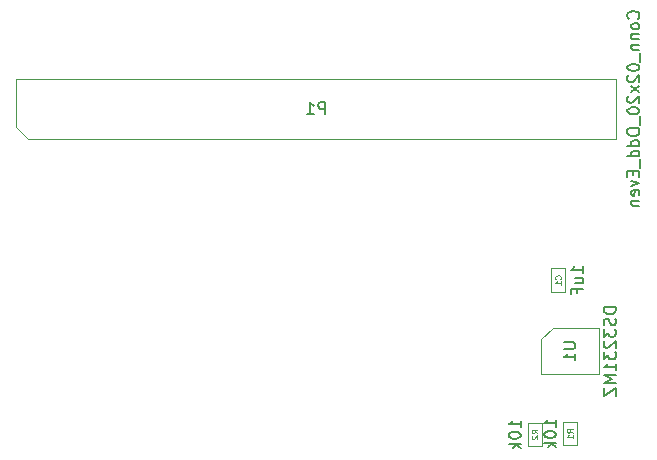
<source format=gbr>
G04 #@! TF.GenerationSoftware,KiCad,Pcbnew,5.1.6-c6e7f7d~87~ubuntu18.04.1*
G04 #@! TF.CreationDate,2020-08-28T18:16:15+02:00*
G04 #@! TF.ProjectId,base_hat,62617365-5f68-4617-942e-6b696361645f,rev?*
G04 #@! TF.SameCoordinates,Original*
G04 #@! TF.FileFunction,Other,Fab,Bot*
%FSLAX46Y46*%
G04 Gerber Fmt 4.6, Leading zero omitted, Abs format (unit mm)*
G04 Created by KiCad (PCBNEW 5.1.6-c6e7f7d~87~ubuntu18.04.1) date 2020-08-28 18:16:15*
%MOMM*%
%LPD*%
G01*
G04 APERTURE LIST*
%ADD10C,0.100000*%
%ADD11C,0.150000*%
%ADD12C,0.080000*%
G04 APERTURE END LIST*
D10*
X251550000Y-117025000D02*
X251550000Y-119950000D01*
X251550000Y-119950000D02*
X256450000Y-119950000D01*
X256450000Y-119950000D02*
X256450000Y-116050000D01*
X256450000Y-116050000D02*
X252525000Y-116050000D01*
X252525000Y-116050000D02*
X251550000Y-117025000D01*
X250400000Y-126062500D02*
X251600000Y-126062500D01*
X251600000Y-126062500D02*
X251600000Y-124062500D01*
X251600000Y-124062500D02*
X250400000Y-124062500D01*
X250400000Y-124062500D02*
X250400000Y-126062500D01*
X253400000Y-126000000D02*
X254600000Y-126000000D01*
X254600000Y-126000000D02*
X254600000Y-124000000D01*
X254600000Y-124000000D02*
X253400000Y-124000000D01*
X253400000Y-124000000D02*
X253400000Y-126000000D01*
X253600000Y-111000000D02*
X252400000Y-111000000D01*
X252400000Y-111000000D02*
X252400000Y-113000000D01*
X252400000Y-113000000D02*
X253600000Y-113000000D01*
X253600000Y-113000000D02*
X253600000Y-111000000D01*
X257900000Y-94960000D02*
X207100000Y-94960000D01*
X257900000Y-100040000D02*
X257900000Y-94960000D01*
X208100000Y-100040000D02*
X257900000Y-100040000D01*
X207100000Y-99040000D02*
X208100000Y-100040000D01*
X207100000Y-94960000D02*
X207100000Y-99040000D01*
D11*
X257852380Y-114309523D02*
X256852380Y-114309523D01*
X256852380Y-114547619D01*
X256900000Y-114690476D01*
X256995238Y-114785714D01*
X257090476Y-114833333D01*
X257280952Y-114880952D01*
X257423809Y-114880952D01*
X257614285Y-114833333D01*
X257709523Y-114785714D01*
X257804761Y-114690476D01*
X257852380Y-114547619D01*
X257852380Y-114309523D01*
X257804761Y-115261904D02*
X257852380Y-115404761D01*
X257852380Y-115642857D01*
X257804761Y-115738095D01*
X257757142Y-115785714D01*
X257661904Y-115833333D01*
X257566666Y-115833333D01*
X257471428Y-115785714D01*
X257423809Y-115738095D01*
X257376190Y-115642857D01*
X257328571Y-115452380D01*
X257280952Y-115357142D01*
X257233333Y-115309523D01*
X257138095Y-115261904D01*
X257042857Y-115261904D01*
X256947619Y-115309523D01*
X256900000Y-115357142D01*
X256852380Y-115452380D01*
X256852380Y-115690476D01*
X256900000Y-115833333D01*
X256852380Y-116166666D02*
X256852380Y-116785714D01*
X257233333Y-116452380D01*
X257233333Y-116595238D01*
X257280952Y-116690476D01*
X257328571Y-116738095D01*
X257423809Y-116785714D01*
X257661904Y-116785714D01*
X257757142Y-116738095D01*
X257804761Y-116690476D01*
X257852380Y-116595238D01*
X257852380Y-116309523D01*
X257804761Y-116214285D01*
X257757142Y-116166666D01*
X256947619Y-117166666D02*
X256900000Y-117214285D01*
X256852380Y-117309523D01*
X256852380Y-117547619D01*
X256900000Y-117642857D01*
X256947619Y-117690476D01*
X257042857Y-117738095D01*
X257138095Y-117738095D01*
X257280952Y-117690476D01*
X257852380Y-117119047D01*
X257852380Y-117738095D01*
X256852380Y-118071428D02*
X256852380Y-118690476D01*
X257233333Y-118357142D01*
X257233333Y-118500000D01*
X257280952Y-118595238D01*
X257328571Y-118642857D01*
X257423809Y-118690476D01*
X257661904Y-118690476D01*
X257757142Y-118642857D01*
X257804761Y-118595238D01*
X257852380Y-118500000D01*
X257852380Y-118214285D01*
X257804761Y-118119047D01*
X257757142Y-118071428D01*
X257852380Y-119642857D02*
X257852380Y-119071428D01*
X257852380Y-119357142D02*
X256852380Y-119357142D01*
X256995238Y-119261904D01*
X257090476Y-119166666D01*
X257138095Y-119071428D01*
X257852380Y-120071428D02*
X256852380Y-120071428D01*
X257566666Y-120404761D01*
X256852380Y-120738095D01*
X257852380Y-120738095D01*
X256852380Y-121119047D02*
X256852380Y-121785714D01*
X257852380Y-121119047D01*
X257852380Y-121785714D01*
X253463333Y-117253333D02*
X254256666Y-117253333D01*
X254350000Y-117300000D01*
X254396666Y-117346666D01*
X254443333Y-117440000D01*
X254443333Y-117626666D01*
X254396666Y-117720000D01*
X254350000Y-117766666D01*
X254256666Y-117813333D01*
X253463333Y-117813333D01*
X254443333Y-118793333D02*
X254443333Y-118233333D01*
X254443333Y-118513333D02*
X253463333Y-118513333D01*
X253603333Y-118420000D01*
X253696666Y-118326666D01*
X253743333Y-118233333D01*
X249802380Y-124467261D02*
X249802380Y-123895833D01*
X249802380Y-124181547D02*
X248802380Y-124181547D01*
X248945238Y-124086309D01*
X249040476Y-123991071D01*
X249088095Y-123895833D01*
X248802380Y-125086309D02*
X248802380Y-125181547D01*
X248850000Y-125276785D01*
X248897619Y-125324404D01*
X248992857Y-125372023D01*
X249183333Y-125419642D01*
X249421428Y-125419642D01*
X249611904Y-125372023D01*
X249707142Y-125324404D01*
X249754761Y-125276785D01*
X249802380Y-125181547D01*
X249802380Y-125086309D01*
X249754761Y-124991071D01*
X249707142Y-124943452D01*
X249611904Y-124895833D01*
X249421428Y-124848214D01*
X249183333Y-124848214D01*
X248992857Y-124895833D01*
X248897619Y-124943452D01*
X248850000Y-124991071D01*
X248802380Y-125086309D01*
X249802380Y-125848214D02*
X248802380Y-125848214D01*
X249421428Y-125943452D02*
X249802380Y-126229166D01*
X249135714Y-126229166D02*
X249516666Y-125848214D01*
D12*
X251226190Y-124979166D02*
X250988095Y-124812500D01*
X251226190Y-124693452D02*
X250726190Y-124693452D01*
X250726190Y-124883928D01*
X250750000Y-124931547D01*
X250773809Y-124955357D01*
X250821428Y-124979166D01*
X250892857Y-124979166D01*
X250940476Y-124955357D01*
X250964285Y-124931547D01*
X250988095Y-124883928D01*
X250988095Y-124693452D01*
X250773809Y-125169642D02*
X250750000Y-125193452D01*
X250726190Y-125241071D01*
X250726190Y-125360119D01*
X250750000Y-125407738D01*
X250773809Y-125431547D01*
X250821428Y-125455357D01*
X250869047Y-125455357D01*
X250940476Y-125431547D01*
X251226190Y-125145833D01*
X251226190Y-125455357D01*
D11*
X252802380Y-124404761D02*
X252802380Y-123833333D01*
X252802380Y-124119047D02*
X251802380Y-124119047D01*
X251945238Y-124023809D01*
X252040476Y-123928571D01*
X252088095Y-123833333D01*
X251802380Y-125023809D02*
X251802380Y-125119047D01*
X251850000Y-125214285D01*
X251897619Y-125261904D01*
X251992857Y-125309523D01*
X252183333Y-125357142D01*
X252421428Y-125357142D01*
X252611904Y-125309523D01*
X252707142Y-125261904D01*
X252754761Y-125214285D01*
X252802380Y-125119047D01*
X252802380Y-125023809D01*
X252754761Y-124928571D01*
X252707142Y-124880952D01*
X252611904Y-124833333D01*
X252421428Y-124785714D01*
X252183333Y-124785714D01*
X251992857Y-124833333D01*
X251897619Y-124880952D01*
X251850000Y-124928571D01*
X251802380Y-125023809D01*
X252802380Y-125785714D02*
X251802380Y-125785714D01*
X252421428Y-125880952D02*
X252802380Y-126166666D01*
X252135714Y-126166666D02*
X252516666Y-125785714D01*
D12*
X254226190Y-124916666D02*
X253988095Y-124750000D01*
X254226190Y-124630952D02*
X253726190Y-124630952D01*
X253726190Y-124821428D01*
X253750000Y-124869047D01*
X253773809Y-124892857D01*
X253821428Y-124916666D01*
X253892857Y-124916666D01*
X253940476Y-124892857D01*
X253964285Y-124869047D01*
X253988095Y-124821428D01*
X253988095Y-124630952D01*
X254226190Y-125392857D02*
X254226190Y-125107142D01*
X254226190Y-125250000D02*
X253726190Y-125250000D01*
X253797619Y-125202380D01*
X253845238Y-125154761D01*
X253869047Y-125107142D01*
D11*
X255102380Y-111404761D02*
X255102380Y-110833333D01*
X255102380Y-111119047D02*
X254102380Y-111119047D01*
X254245238Y-111023809D01*
X254340476Y-110928571D01*
X254388095Y-110833333D01*
X254435714Y-112261904D02*
X255102380Y-112261904D01*
X254435714Y-111833333D02*
X254959523Y-111833333D01*
X255054761Y-111880952D01*
X255102380Y-111976190D01*
X255102380Y-112119047D01*
X255054761Y-112214285D01*
X255007142Y-112261904D01*
X254578571Y-113071428D02*
X254578571Y-112738095D01*
X255102380Y-112738095D02*
X254102380Y-112738095D01*
X254102380Y-113214285D01*
D12*
X253178571Y-111916666D02*
X253202380Y-111892857D01*
X253226190Y-111821428D01*
X253226190Y-111773809D01*
X253202380Y-111702380D01*
X253154761Y-111654761D01*
X253107142Y-111630952D01*
X253011904Y-111607142D01*
X252940476Y-111607142D01*
X252845238Y-111630952D01*
X252797619Y-111654761D01*
X252750000Y-111702380D01*
X252726190Y-111773809D01*
X252726190Y-111821428D01*
X252750000Y-111892857D01*
X252773809Y-111916666D01*
X253226190Y-112392857D02*
X253226190Y-112107142D01*
X253226190Y-112250000D02*
X252726190Y-112250000D01*
X252797619Y-112202380D01*
X252845238Y-112154761D01*
X252869047Y-112107142D01*
D11*
X259757142Y-89857142D02*
X259804761Y-89809523D01*
X259852380Y-89666666D01*
X259852380Y-89571428D01*
X259804761Y-89428571D01*
X259709523Y-89333333D01*
X259614285Y-89285714D01*
X259423809Y-89238095D01*
X259280952Y-89238095D01*
X259090476Y-89285714D01*
X258995238Y-89333333D01*
X258900000Y-89428571D01*
X258852380Y-89571428D01*
X258852380Y-89666666D01*
X258900000Y-89809523D01*
X258947619Y-89857142D01*
X259852380Y-90428571D02*
X259804761Y-90333333D01*
X259757142Y-90285714D01*
X259661904Y-90238095D01*
X259376190Y-90238095D01*
X259280952Y-90285714D01*
X259233333Y-90333333D01*
X259185714Y-90428571D01*
X259185714Y-90571428D01*
X259233333Y-90666666D01*
X259280952Y-90714285D01*
X259376190Y-90761904D01*
X259661904Y-90761904D01*
X259757142Y-90714285D01*
X259804761Y-90666666D01*
X259852380Y-90571428D01*
X259852380Y-90428571D01*
X259185714Y-91190476D02*
X259852380Y-91190476D01*
X259280952Y-91190476D02*
X259233333Y-91238095D01*
X259185714Y-91333333D01*
X259185714Y-91476190D01*
X259233333Y-91571428D01*
X259328571Y-91619047D01*
X259852380Y-91619047D01*
X259185714Y-92095238D02*
X259852380Y-92095238D01*
X259280952Y-92095238D02*
X259233333Y-92142857D01*
X259185714Y-92238095D01*
X259185714Y-92380952D01*
X259233333Y-92476190D01*
X259328571Y-92523809D01*
X259852380Y-92523809D01*
X259947619Y-92761904D02*
X259947619Y-93523809D01*
X258852380Y-93952380D02*
X258852380Y-94047619D01*
X258900000Y-94142857D01*
X258947619Y-94190476D01*
X259042857Y-94238095D01*
X259233333Y-94285714D01*
X259471428Y-94285714D01*
X259661904Y-94238095D01*
X259757142Y-94190476D01*
X259804761Y-94142857D01*
X259852380Y-94047619D01*
X259852380Y-93952380D01*
X259804761Y-93857142D01*
X259757142Y-93809523D01*
X259661904Y-93761904D01*
X259471428Y-93714285D01*
X259233333Y-93714285D01*
X259042857Y-93761904D01*
X258947619Y-93809523D01*
X258900000Y-93857142D01*
X258852380Y-93952380D01*
X258947619Y-94666666D02*
X258900000Y-94714285D01*
X258852380Y-94809523D01*
X258852380Y-95047619D01*
X258900000Y-95142857D01*
X258947619Y-95190476D01*
X259042857Y-95238095D01*
X259138095Y-95238095D01*
X259280952Y-95190476D01*
X259852380Y-94619047D01*
X259852380Y-95238095D01*
X259852380Y-95571428D02*
X259185714Y-96095238D01*
X259185714Y-95571428D02*
X259852380Y-96095238D01*
X258947619Y-96428571D02*
X258900000Y-96476190D01*
X258852380Y-96571428D01*
X258852380Y-96809523D01*
X258900000Y-96904761D01*
X258947619Y-96952380D01*
X259042857Y-97000000D01*
X259138095Y-97000000D01*
X259280952Y-96952380D01*
X259852380Y-96380952D01*
X259852380Y-97000000D01*
X258852380Y-97619047D02*
X258852380Y-97714285D01*
X258900000Y-97809523D01*
X258947619Y-97857142D01*
X259042857Y-97904761D01*
X259233333Y-97952380D01*
X259471428Y-97952380D01*
X259661904Y-97904761D01*
X259757142Y-97857142D01*
X259804761Y-97809523D01*
X259852380Y-97714285D01*
X259852380Y-97619047D01*
X259804761Y-97523809D01*
X259757142Y-97476190D01*
X259661904Y-97428571D01*
X259471428Y-97380952D01*
X259233333Y-97380952D01*
X259042857Y-97428571D01*
X258947619Y-97476190D01*
X258900000Y-97523809D01*
X258852380Y-97619047D01*
X259947619Y-98142857D02*
X259947619Y-98904761D01*
X258852380Y-99333333D02*
X258852380Y-99523809D01*
X258900000Y-99619047D01*
X258995238Y-99714285D01*
X259185714Y-99761904D01*
X259519047Y-99761904D01*
X259709523Y-99714285D01*
X259804761Y-99619047D01*
X259852380Y-99523809D01*
X259852380Y-99333333D01*
X259804761Y-99238095D01*
X259709523Y-99142857D01*
X259519047Y-99095238D01*
X259185714Y-99095238D01*
X258995238Y-99142857D01*
X258900000Y-99238095D01*
X258852380Y-99333333D01*
X259852380Y-100619047D02*
X258852380Y-100619047D01*
X259804761Y-100619047D02*
X259852380Y-100523809D01*
X259852380Y-100333333D01*
X259804761Y-100238095D01*
X259757142Y-100190476D01*
X259661904Y-100142857D01*
X259376190Y-100142857D01*
X259280952Y-100190476D01*
X259233333Y-100238095D01*
X259185714Y-100333333D01*
X259185714Y-100523809D01*
X259233333Y-100619047D01*
X259852380Y-101523809D02*
X258852380Y-101523809D01*
X259804761Y-101523809D02*
X259852380Y-101428571D01*
X259852380Y-101238095D01*
X259804761Y-101142857D01*
X259757142Y-101095238D01*
X259661904Y-101047619D01*
X259376190Y-101047619D01*
X259280952Y-101095238D01*
X259233333Y-101142857D01*
X259185714Y-101238095D01*
X259185714Y-101428571D01*
X259233333Y-101523809D01*
X259947619Y-101761904D02*
X259947619Y-102523809D01*
X259328571Y-102761904D02*
X259328571Y-103095238D01*
X259852380Y-103238095D02*
X259852380Y-102761904D01*
X258852380Y-102761904D01*
X258852380Y-103238095D01*
X259185714Y-103571428D02*
X259852380Y-103809523D01*
X259185714Y-104047619D01*
X259804761Y-104809523D02*
X259852380Y-104714285D01*
X259852380Y-104523809D01*
X259804761Y-104428571D01*
X259709523Y-104380952D01*
X259328571Y-104380952D01*
X259233333Y-104428571D01*
X259185714Y-104523809D01*
X259185714Y-104714285D01*
X259233333Y-104809523D01*
X259328571Y-104857142D01*
X259423809Y-104857142D01*
X259519047Y-104380952D01*
X259185714Y-105285714D02*
X259852380Y-105285714D01*
X259280952Y-105285714D02*
X259233333Y-105333333D01*
X259185714Y-105428571D01*
X259185714Y-105571428D01*
X259233333Y-105666666D01*
X259328571Y-105714285D01*
X259852380Y-105714285D01*
X233238095Y-97952380D02*
X233238095Y-96952380D01*
X232857142Y-96952380D01*
X232761904Y-97000000D01*
X232714285Y-97047619D01*
X232666666Y-97142857D01*
X232666666Y-97285714D01*
X232714285Y-97380952D01*
X232761904Y-97428571D01*
X232857142Y-97476190D01*
X233238095Y-97476190D01*
X231714285Y-97952380D02*
X232285714Y-97952380D01*
X232000000Y-97952380D02*
X232000000Y-96952380D01*
X232095238Y-97095238D01*
X232190476Y-97190476D01*
X232285714Y-97238095D01*
M02*

</source>
